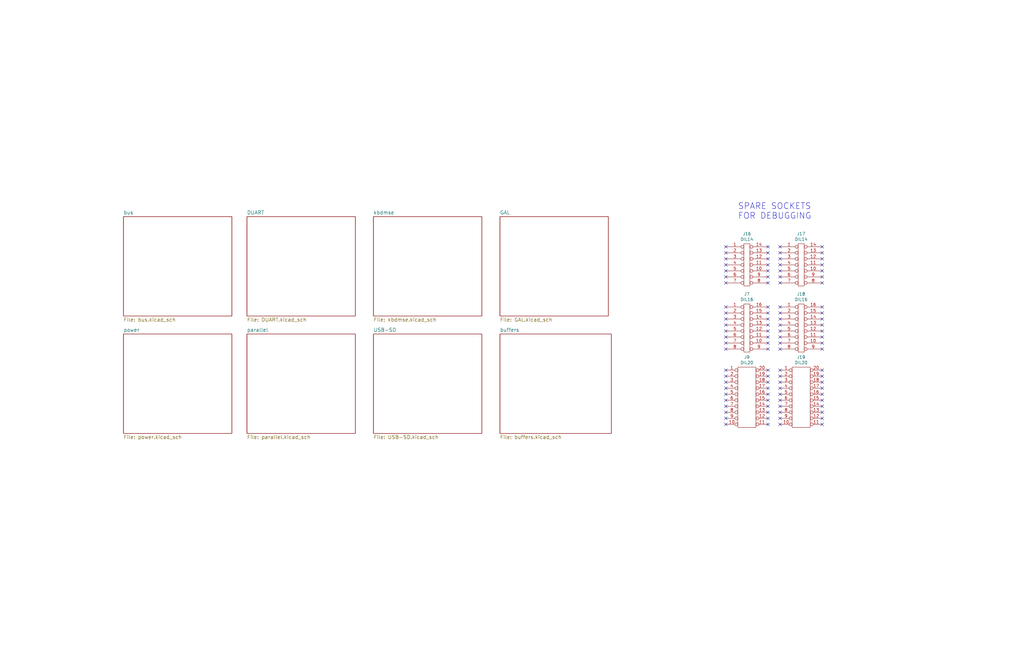
<source format=kicad_sch>
(kicad_sch (version 20211123) (generator eeschema)
  (paper "B")
  (lib_symbols
    (symbol "input-output.Multi-rescue:DIL14-conn" (pin_names (offset 1.016) hide)
      (property "Reference" "J" (at 0 10.16 0))
      (property "Value" "DIL14-conn" (at 0 0 90))
      (symbol "DIL14-conn_0_1"
        (rectangle (start -1.27 8.89) (end 1.27 -8.89))
      )
      (symbol "DIL14-conn_1_1"
        (pin passive inverted (at -8.89 7.62 0) (length 7.62) (name "1") (number "1"))
        (pin passive inverted (at 8.89 -2.54 180) (length 7.62) (name "10") (number "10"))
        (pin passive inverted (at 8.89 0 180) (length 7.62) (name "11") (number "11"))
        (pin passive inverted (at 8.89 2.54 180) (length 7.62) (name "12") (number "12"))
        (pin passive inverted (at 8.89 5.08 180) (length 7.62) (name "13") (number "13"))
        (pin passive inverted (at 8.89 7.62 180) (length 7.62) (name "14") (number "14"))
        (pin passive inverted (at -8.89 5.08 0) (length 7.62) (name "2") (number "2"))
        (pin passive inverted (at -8.89 2.54 0) (length 7.62) (name "3") (number "3"))
        (pin passive inverted (at -8.89 0 0) (length 7.62) (name "4") (number "4"))
        (pin passive inverted (at -8.89 -2.54 0) (length 7.62) (name "5") (number "5"))
        (pin passive inverted (at -8.89 -5.08 0) (length 7.62) (name "6") (number "6"))
        (pin passive inverted (at -8.89 -7.62 0) (length 7.62) (name "7") (number "7"))
        (pin passive inverted (at 8.89 -7.62 180) (length 7.62) (name "8") (number "8"))
        (pin passive inverted (at 8.89 -5.08 180) (length 7.62) (name "9") (number "9"))
      )
    )
    (symbol "input-output.Multi-rescue:DIL16-conn" (pin_names (offset 1.016) hide)
      (property "Reference" "J" (at 0 11.43 0))
      (property "Value" "DIL16-conn" (at 0 0 90))
      (symbol "DIL16-conn_0_1"
        (rectangle (start -1.27 10.16) (end 1.27 -10.16))
      )
      (symbol "DIL16-conn_1_1"
        (pin passive inverted (at -8.89 8.89 0) (length 7.62) (name "1") (number "1"))
        (pin passive inverted (at 8.89 -6.35 180) (length 7.62) (name "10") (number "10"))
        (pin passive inverted (at 8.89 -3.81 180) (length 7.62) (name "11") (number "11"))
        (pin passive inverted (at 8.89 -1.27 180) (length 7.62) (name "12") (number "12"))
        (pin passive inverted (at 8.89 1.27 180) (length 7.62) (name "13") (number "13"))
        (pin passive inverted (at 8.89 3.81 180) (length 7.62) (name "14") (number "14"))
        (pin passive inverted (at 8.89 6.35 180) (length 7.62) (name "15") (number "15"))
        (pin passive inverted (at 8.89 8.89 180) (length 7.62) (name "16") (number "16"))
        (pin passive inverted (at -8.89 6.35 0) (length 7.62) (name "2") (number "2"))
        (pin passive inverted (at -8.89 3.81 0) (length 7.62) (name "3") (number "3"))
        (pin passive inverted (at -8.89 1.27 0) (length 7.62) (name "4") (number "4"))
        (pin passive inverted (at -8.89 -1.27 0) (length 7.62) (name "5") (number "5"))
        (pin passive inverted (at -8.89 -3.81 0) (length 7.62) (name "6") (number "6"))
        (pin passive inverted (at -8.89 -6.35 0) (length 7.62) (name "7") (number "7"))
        (pin passive inverted (at -8.89 -8.89 0) (length 7.62) (name "8") (number "8"))
        (pin passive inverted (at 8.89 -8.89 180) (length 7.62) (name "9") (number "9"))
      )
    )
    (symbol "input-output.Multi-rescue:DIL20-conn" (pin_names (offset 1.016) hide)
      (property "Reference" "J" (at 0 13.97 0))
      (property "Value" "DIL20-conn" (at 0 0 90))
      (symbol "DIL20-conn_0_1"
        (rectangle (start -3.81 12.7) (end 3.81 -12.7))
      )
      (symbol "DIL20-conn_1_1"
        (pin passive inverted (at -8.89 11.43 0) (length 5.08) (name "P1") (number "1"))
        (pin passive inverted (at -8.89 -11.43 0) (length 5.08) (name "P10") (number "10"))
        (pin passive inverted (at 8.89 -11.43 180) (length 5.08) (name "P11") (number "11"))
        (pin passive inverted (at 8.89 -8.89 180) (length 5.08) (name "P12") (number "12"))
        (pin passive inverted (at 8.89 -6.35 180) (length 5.08) (name "P13") (number "13"))
        (pin passive inverted (at 8.89 -3.81 180) (length 5.08) (name "P14") (number "14"))
        (pin passive inverted (at 8.89 -1.27 180) (length 5.08) (name "P15") (number "15"))
        (pin passive inverted (at 8.89 1.27 180) (length 5.08) (name "P16") (number "16"))
        (pin passive inverted (at 8.89 3.81 180) (length 5.08) (name "P17") (number "17"))
        (pin passive inverted (at 8.89 6.35 180) (length 5.08) (name "P18") (number "18"))
        (pin passive inverted (at 8.89 8.89 180) (length 5.08) (name "P19") (number "19"))
        (pin passive inverted (at -8.89 8.89 0) (length 5.08) (name "P2") (number "2"))
        (pin passive inverted (at 8.89 11.43 180) (length 5.08) (name "P20") (number "20"))
        (pin passive inverted (at -8.89 6.35 0) (length 5.08) (name "P3") (number "3"))
        (pin passive inverted (at -8.89 3.81 0) (length 5.08) (name "P4") (number "4"))
        (pin passive inverted (at -8.89 1.27 0) (length 5.08) (name "P5") (number "5"))
        (pin passive inverted (at -8.89 -1.27 0) (length 5.08) (name "P6") (number "6"))
        (pin passive inverted (at -8.89 -3.81 0) (length 5.08) (name "P7") (number "7"))
        (pin passive inverted (at -8.89 -6.35 0) (length 5.08) (name "P8") (number "8"))
        (pin passive inverted (at -8.89 -8.89 0) (length 5.08) (name "P9") (number "9"))
      )
    )
  )
  (no_connect (at 306.07 156.21))
  (no_connect (at 346.71 114.3))
  (no_connect (at 323.85 158.75))
  (no_connect (at 346.71 144.78))
  (no_connect (at 346.71 163.83))
  (no_connect (at 306.07 116.84))
  (no_connect (at 328.93 139.7))
  (no_connect (at 346.71 147.32))
  (no_connect (at 306.07 179.07))
  (no_connect (at 346.71 109.22))
  (no_connect (at 306.07 137.16))
  (no_connect (at 328.93 179.07))
  (no_connect (at 306.07 106.68))
  (no_connect (at 328.93 137.16))
  (no_connect (at 346.71 137.16))
  (no_connect (at 346.71 106.68))
  (no_connect (at 346.71 104.14))
  (no_connect (at 328.93 163.83))
  (no_connect (at 346.71 176.53))
  (no_connect (at 323.85 104.14))
  (no_connect (at 323.85 137.16))
  (no_connect (at 328.93 116.84))
  (no_connect (at 328.93 132.08))
  (no_connect (at 328.93 171.45))
  (no_connect (at 306.07 166.37))
  (no_connect (at 346.71 116.84))
  (no_connect (at 323.85 156.21))
  (no_connect (at 346.71 161.29))
  (no_connect (at 346.71 142.24))
  (no_connect (at 328.93 161.29))
  (no_connect (at 328.93 168.91))
  (no_connect (at 323.85 116.84))
  (no_connect (at 346.71 134.62))
  (no_connect (at 346.71 166.37))
  (no_connect (at 346.71 171.45))
  (no_connect (at 323.85 147.32))
  (no_connect (at 346.71 111.76))
  (no_connect (at 328.93 158.75))
  (no_connect (at 306.07 114.3))
  (no_connect (at 328.93 129.54))
  (no_connect (at 323.85 171.45))
  (no_connect (at 306.07 111.76))
  (no_connect (at 328.93 156.21))
  (no_connect (at 306.07 161.29))
  (no_connect (at 323.85 144.78))
  (no_connect (at 306.07 176.53))
  (no_connect (at 306.07 142.24))
  (no_connect (at 323.85 142.24))
  (no_connect (at 306.07 144.78))
  (no_connect (at 346.71 168.91))
  (no_connect (at 346.71 132.08))
  (no_connect (at 323.85 134.62))
  (no_connect (at 306.07 132.08))
  (no_connect (at 328.93 106.68))
  (no_connect (at 306.07 134.62))
  (no_connect (at 306.07 168.91))
  (no_connect (at 346.71 119.38))
  (no_connect (at 328.93 142.24))
  (no_connect (at 323.85 179.07))
  (no_connect (at 328.93 173.99))
  (no_connect (at 306.07 109.22))
  (no_connect (at 328.93 176.53))
  (no_connect (at 306.07 139.7))
  (no_connect (at 323.85 176.53))
  (no_connect (at 346.71 156.21))
  (no_connect (at 306.07 171.45))
  (no_connect (at 323.85 111.76))
  (no_connect (at 306.07 173.99))
  (no_connect (at 328.93 147.32))
  (no_connect (at 323.85 109.22))
  (no_connect (at 323.85 129.54))
  (no_connect (at 328.93 119.38))
  (no_connect (at 328.93 109.22))
  (no_connect (at 306.07 119.38))
  (no_connect (at 328.93 104.14))
  (no_connect (at 328.93 166.37))
  (no_connect (at 323.85 119.38))
  (no_connect (at 346.71 158.75))
  (no_connect (at 306.07 158.75))
  (no_connect (at 306.07 129.54))
  (no_connect (at 328.93 144.78))
  (no_connect (at 323.85 114.3))
  (no_connect (at 323.85 139.7))
  (no_connect (at 323.85 168.91))
  (no_connect (at 306.07 147.32))
  (no_connect (at 346.71 179.07))
  (no_connect (at 328.93 134.62))
  (no_connect (at 328.93 114.3))
  (no_connect (at 328.93 111.76))
  (no_connect (at 323.85 173.99))
  (no_connect (at 306.07 104.14))
  (no_connect (at 323.85 106.68))
  (no_connect (at 323.85 166.37))
  (no_connect (at 323.85 161.29))
  (no_connect (at 323.85 163.83))
  (no_connect (at 346.71 139.7))
  (no_connect (at 346.71 173.99))
  (no_connect (at 346.71 129.54))
  (no_connect (at 306.07 163.83))
  (no_connect (at 323.85 132.08))
  (text "SPARE SOCKETS\nFOR DEBUGGING" (at 311.15 92.71 0) (effects (font (size 2.54 2.54)) (justify left bottom)))
  (symbol (lib_id "input-output.Multi-rescue:DIL14-conn") (at 314.96 111.76 0) (unit 1)
    (property "Reference" "J16" (at 314.96 98.679 0))
    (property "Value" "DIL14" (at 314.96 100.9904 0))
    (property "Footprint" "Package_DIP:DIP-14_W7.62mm" (effects hide))
  )
  (symbol (lib_id "input-output.Multi-rescue:DIL16-conn") (at 314.96 138.43 0) (unit 1)
    (property "Reference" "J7" (at 314.96 124.079 0))
    (property "Value" "DIL16" (at 314.96 126.3904 0))
    (property "Footprint" "Package_DIP:DIP-16_W7.62mm" (effects hide))
  )
  (symbol (lib_id "input-output.Multi-rescue:DIL20-conn") (at 314.96 167.64 0) (unit 1)
    (property "Reference" "J9" (at 314.96 150.749 0))
    (property "Value" "DIL20" (at 314.96 153.0604 0))
    (property "Footprint" "Package_DIP:DIP-20_W7.62mm" (effects hide))
  )
  (symbol (lib_id "input-output.Multi-rescue:DIL14-conn") (at 337.82 111.76 0) (unit 1)
    (property "Reference" "J17" (at 337.82 98.679 0))
    (property "Value" "DIL14" (at 337.82 100.9904 0))
    (property "Footprint" "Package_DIP:DIP-14_W7.62mm" (effects hide))
  )
  (symbol (lib_id "input-output.Multi-rescue:DIL16-conn") (at 337.82 138.43 0) (unit 1)
    (property "Reference" "J18" (at 337.82 124.079 0))
    (property "Value" "DIL16" (at 337.82 126.3904 0))
    (property "Footprint" "Package_DIP:DIP-16_W7.62mm" (effects hide))
  )
  (symbol (lib_id "input-output.Multi-rescue:DIL20-conn") (at 337.82 167.64 0) (unit 1)
    (property "Reference" "J19" (at 337.82 150.749 0))
    (property "Value" "DIL20" (at 337.82 153.0604 0))
    (property "Footprint" "Package_DIP:DIP-20_W7.62mm" (effects hide))
  )
  (sheet (at 210.82 91.44) (size 45.72 41.91)
    (property "Sheet name" "GAL" (at 210.82 90.6014 0) (effects (font (size 1.524 1.524)) (justify left bottom)))
    (property "Sheet file" "GAL.kicad_sch" (at 210.82 134.0362 0) (effects (font (size 1.524 1.524)) (justify left top)))
  )
  (sheet (at 210.82 140.97) (size 46.99 41.91)
    (property "Sheet name" "buffers" (at 210.82 140.1314 0) (effects (font (size 1.524 1.524)) (justify left bottom)))
    (property "Sheet file" "buffers.kicad_sch" (at 210.82 183.5662 0) (effects (font (size 1.524 1.524)) (justify left top)))
  )
  (sheet (at 52.07 91.44) (size 45.72 41.91)
    (property "Sheet name" "bus" (at 52.07 90.6014 0) (effects (font (size 1.524 1.524)) (justify left bottom)))
    (property "Sheet file" "bus.kicad_sch" (at 52.07 134.0362 0) (effects (font (size 1.524 1.524)) (justify left top)))
  )
  (sheet (at 52.07 140.97) (size 45.72 41.91)
    (property "Sheet name" "power" (at 52.07 140.1314 0) (effects (font (size 1.524 1.524)) (justify left bottom)))
    (property "Sheet file" "power.kicad_sch" (at 52.07 183.5662 0) (effects (font (size 1.524 1.524)) (justify left top)))
  )
  (sheet (at 104.14 91.44) (size 45.72 41.91)
    (property "Sheet name" "DUART" (at 104.14 90.6014 0) (effects (font (size 1.524 1.524)) (justify left bottom)))
    (property "Sheet file" "DUART.kicad_sch" (at 104.14 134.0362 0) (effects (font (size 1.524 1.524)) (justify left top)))
  )
  (sheet (at 104.14 140.97) (size 45.72 41.91)
    (property "Sheet name" "parallel" (at 104.14 140.1314 0) (effects (font (size 1.524 1.524)) (justify left bottom)))
    (property "Sheet file" "parallel.kicad_sch" (at 104.14 183.5662 0) (effects (font (size 1.524 1.524)) (justify left top)))
  )
  (sheet (at 157.48 91.44) (size 45.72 41.91)
    (property "Sheet name" "kbdmse" (at 157.48 90.6014 0) (effects (font (size 1.524 1.524)) (justify left bottom)))
    (property "Sheet file" "kbdmse.kicad_sch" (at 157.48 134.0362 0) (effects (font (size 1.524 1.524)) (justify left top)))
  )
  (sheet (at 157.48 140.97) (size 45.72 41.91)
    (property "Sheet name" "USB-SD" (at 157.48 140.1314 0) (effects (font (size 1.524 1.524)) (justify left bottom)))
    (property "Sheet file" "USB-SD.kicad_sch" (at 157.48 183.5662 0) (effects (font (size 1.524 1.524)) (justify left top)))
  )
)
</source>
